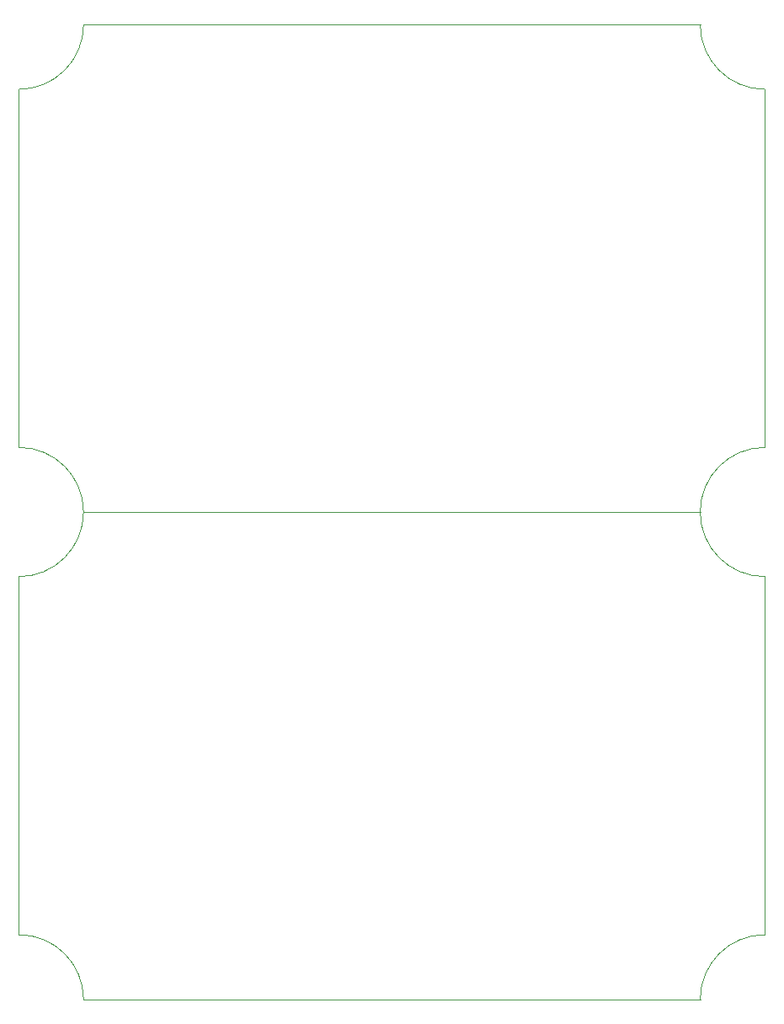
<source format=gbr>
G04 #@! TF.GenerationSoftware,KiCad,Pcbnew,5.1.5-52549c5~86~ubuntu18.04.1*
G04 #@! TF.CreationDate,2020-08-18T13:47:54-05:00*
G04 #@! TF.ProjectId,,58585858-5858-4585-9858-585858585858,rev?*
G04 #@! TF.SameCoordinates,Original*
G04 #@! TF.FileFunction,Profile,NP*
%FSLAX46Y46*%
G04 Gerber Fmt 4.6, Leading zero omitted, Abs format (unit mm)*
G04 Created by KiCad (PCBNEW 5.1.5-52549c5~86~ubuntu18.04.1) date 2020-08-18 13:47:54*
%MOMM*%
%LPD*%
G04 APERTURE LIST*
%ADD10C,0.050000*%
G04 APERTURE END LIST*
D10*
X175637400Y-128429400D02*
G75*
G02X182137400Y-121929400I6500000J0D01*
G01*
X107137400Y-85929400D02*
X107137400Y-121929400D01*
X107137400Y-121929400D02*
G75*
G02X113637400Y-128429400I0J-6500000D01*
G01*
X182137400Y-85929400D02*
G75*
G02X175637400Y-79429400I0J6500000D01*
G01*
X113637400Y-79429400D02*
G75*
G02X107137400Y-85929400I-6500000J0D01*
G01*
X113637400Y-128429400D02*
X175637400Y-128429400D01*
X113637400Y-79429400D02*
X175637400Y-79429400D01*
X182137400Y-85929400D02*
X182137400Y-121929400D01*
X175637400Y-79429400D02*
G75*
G02X182137400Y-72929400I6500000J0D01*
G01*
X107137400Y-72929400D02*
G75*
G02X113637400Y-79429400I0J-6500000D01*
G01*
X182137400Y-36929400D02*
G75*
G02X175637400Y-30429400I0J6500000D01*
G01*
X113637400Y-30429400D02*
G75*
G02X107137400Y-36929400I-6500000J0D01*
G01*
X113637400Y-79429400D02*
X175637400Y-79429400D01*
X182137400Y-36929400D02*
X182137400Y-72929400D01*
X113637400Y-30429400D02*
X175637400Y-30429400D01*
X107137400Y-36929400D02*
X107137400Y-72929400D01*
M02*

</source>
